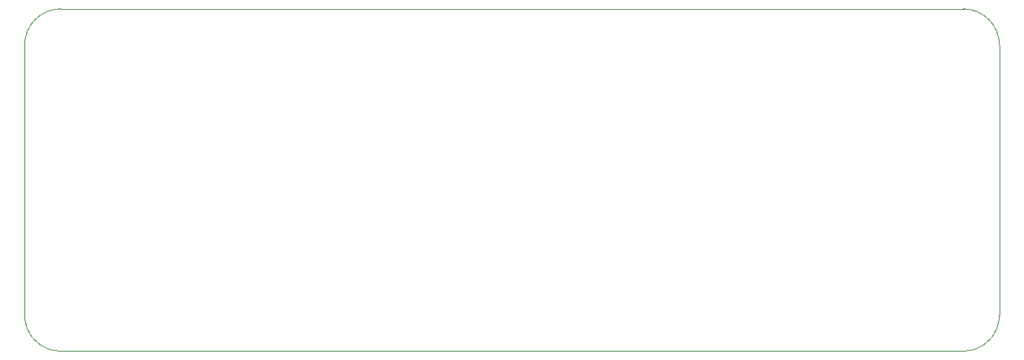
<source format=gbr>
G04 #@! TF.GenerationSoftware,KiCad,Pcbnew,7.0.6*
G04 #@! TF.CreationDate,2023-11-12T09:35:53+05:30*
G04 #@! TF.ProjectId,Common-Miner-Baseboard,436f6d6d-6f6e-42d4-9d69-6e65722d4261,rev?*
G04 #@! TF.SameCoordinates,Original*
G04 #@! TF.FileFunction,Profile,NP*
%FSLAX46Y46*%
G04 Gerber Fmt 4.6, Leading zero omitted, Abs format (unit mm)*
G04 Created by KiCad (PCBNEW 7.0.6) date 2023-11-12 09:35:53*
%MOMM*%
%LPD*%
G01*
G04 APERTURE LIST*
G04 #@! TA.AperFunction,Profile*
%ADD10C,0.050000*%
G04 #@! TD*
G04 APERTURE END LIST*
D10*
X130000000Y-46000000D02*
X30000000Y-46000000D01*
X134000000Y-80000000D02*
X134000000Y-50000000D01*
X30000000Y-84000000D02*
X130000000Y-84000000D01*
X134000000Y-50000000D02*
G75*
G03*
X130000000Y-46000000I-4000000J0D01*
G01*
X130000000Y-84000000D02*
G75*
G03*
X134000000Y-80000000I0J4000000D01*
G01*
X30000000Y-46000000D02*
G75*
G03*
X26000000Y-50000000I0J-4000000D01*
G01*
X26000000Y-50000000D02*
X26000000Y-80000000D01*
X26000000Y-80000000D02*
G75*
G03*
X30000000Y-84000000I4000000J0D01*
G01*
M02*

</source>
